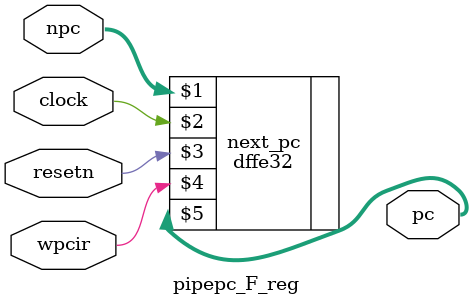
<source format=v>
module pipepc_F_reg( npc, wpcir, clock, resetn, pc);
	
   input  [31:0] npc;
   input  		  wpcir,clock,resetn;
	
   output [31:0] pc;
	
	// if clock posedge and wpcir
	// pc = npc
	// npc is selected in IF stage
   dffe32 next_pc(npc, clock, resetn, wpcir, pc);

endmodule
</source>
